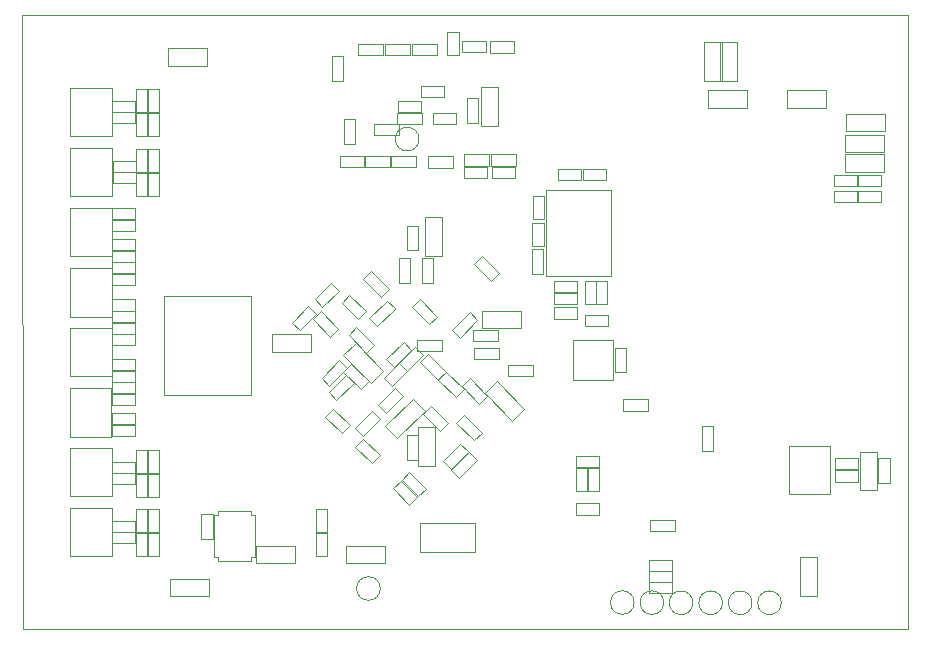
<source format=gbr>
G04 #@! TF.GenerationSoftware,KiCad,Pcbnew,(5.1.5)-3*
G04 #@! TF.CreationDate,2020-11-02T01:39:05+01:00*
G04 #@! TF.ProjectId,LogAn,4c6f6741-6e2e-46b6-9963-61645f706362,rev?*
G04 #@! TF.SameCoordinates,Original*
G04 #@! TF.FileFunction,Other,User*
%FSLAX46Y46*%
G04 Gerber Fmt 4.6, Leading zero omitted, Abs format (unit mm)*
G04 Created by KiCad (PCBNEW (5.1.5)-3) date 2020-11-02 01:39:05*
%MOMM*%
%LPD*%
G04 APERTURE LIST*
%ADD10C,0.050000*%
G04 APERTURE END LIST*
D10*
X140710920Y-90850720D02*
X65778380Y-90850720D01*
X140716000Y-38854380D02*
X140710920Y-90850720D01*
X65773300Y-38858340D02*
X140716000Y-38854380D01*
X65778380Y-90850720D02*
X65773300Y-38858340D01*
X127537720Y-88602820D02*
G75*
G03X127537720Y-88602820I-1000000J0D01*
G01*
X122536460Y-88602820D02*
G75*
G03X122536460Y-88602820I-1000000J0D01*
G01*
X120065040Y-88590120D02*
G75*
G03X120065040Y-88590120I-1000000J0D01*
G01*
X117563140Y-88582500D02*
G75*
G03X117563140Y-88582500I-1000000J0D01*
G01*
X125040900Y-88600280D02*
G75*
G03X125040900Y-88600280I-1000000J0D01*
G01*
X130021840Y-88600280D02*
G75*
G03X130021840Y-88600280I-1000000J0D01*
G01*
X123519180Y-41124900D02*
X123519180Y-44424900D01*
X124979180Y-41124900D02*
X123519180Y-41124900D01*
X124979180Y-44424900D02*
X124979180Y-41124900D01*
X123519180Y-44424900D02*
X124979180Y-44424900D01*
X96064580Y-87393780D02*
G75*
G03X96064580Y-87393780I-1000000J0D01*
G01*
X99341180Y-49344580D02*
G75*
G03X99341180Y-49344580I-1000000J0D01*
G01*
X131586220Y-84710000D02*
X131586220Y-88010000D01*
X133046220Y-84710000D02*
X131586220Y-84710000D01*
X133046220Y-88010000D02*
X133046220Y-84710000D01*
X131586220Y-88010000D02*
X133046220Y-88010000D01*
X81573640Y-86602820D02*
X78273640Y-86602820D01*
X81573640Y-88062820D02*
X81573640Y-86602820D01*
X78273640Y-88062820D02*
X81573640Y-88062820D01*
X78273640Y-86602820D02*
X78273640Y-88062820D01*
X138766820Y-47202340D02*
X135466820Y-47202340D01*
X138766820Y-48662340D02*
X138766820Y-47202340D01*
X135466820Y-48662340D02*
X138766820Y-48662340D01*
X135466820Y-47202340D02*
X135466820Y-48662340D01*
X81431400Y-41672760D02*
X78131400Y-41672760D01*
X81431400Y-43132760D02*
X81431400Y-41672760D01*
X78131400Y-43132760D02*
X81431400Y-43132760D01*
X78131400Y-41672760D02*
X78131400Y-43132760D01*
X77795100Y-62642640D02*
X85095100Y-62642640D01*
X77795100Y-71042640D02*
X85095100Y-71042640D01*
X85095100Y-71042640D02*
X85095100Y-62642640D01*
X77795100Y-71042640D02*
X77795100Y-62642640D01*
X104062560Y-81810540D02*
X99462560Y-81810540D01*
X104062560Y-81810540D02*
X104062560Y-84310540D01*
X99462560Y-84310540D02*
X99462560Y-81810540D01*
X99462560Y-84310540D02*
X104062560Y-84310540D01*
X99208009Y-79630489D02*
X97829151Y-78251631D01*
X98543329Y-80295169D02*
X99208009Y-79630489D01*
X97164471Y-78916311D02*
X98543329Y-80295169D01*
X97829151Y-78251631D02*
X97164471Y-78916311D01*
X99919209Y-78931989D02*
X98540351Y-77553131D01*
X99254529Y-79596669D02*
X99919209Y-78931989D01*
X97875671Y-78217811D02*
X99254529Y-79596669D01*
X98540351Y-77553131D02*
X97875671Y-78217811D01*
X91597580Y-84618960D02*
X91597580Y-82668960D01*
X90657580Y-84618960D02*
X91597580Y-84618960D01*
X90657580Y-82668960D02*
X90657580Y-84618960D01*
X91597580Y-82668960D02*
X90657580Y-82668960D01*
X90649960Y-80630120D02*
X90649960Y-82580120D01*
X91589960Y-80630120D02*
X90649960Y-80630120D01*
X91589960Y-82580120D02*
X91589960Y-80630120D01*
X90649960Y-82580120D02*
X91589960Y-82580120D01*
X85473480Y-81191160D02*
X85123480Y-81191160D01*
X85123480Y-81191160D02*
X85123480Y-80811160D01*
X82323480Y-80811160D02*
X85123480Y-80811160D01*
X82323480Y-81191160D02*
X82323480Y-80811160D01*
X81973480Y-81191160D02*
X82323480Y-81191160D01*
X81973480Y-81191160D02*
X81973480Y-84691160D01*
X81973480Y-84691160D02*
X82323480Y-84691160D01*
X82323480Y-84691160D02*
X82323480Y-85071160D01*
X85473480Y-81191160D02*
X85473480Y-84691160D01*
X82323480Y-85071160D02*
X85123480Y-85071160D01*
X85473480Y-84691160D02*
X85123480Y-84691160D01*
X85123480Y-84691160D02*
X85123480Y-85071160D01*
X81869380Y-83226620D02*
X81869380Y-81126620D01*
X80929380Y-83226620D02*
X81869380Y-83226620D01*
X80924380Y-81126620D02*
X80924380Y-83226620D01*
X81864380Y-81126620D02*
X80924380Y-81126620D01*
X88822800Y-83798660D02*
X85522800Y-83798660D01*
X88822800Y-85258660D02*
X88822800Y-83798660D01*
X85522800Y-85258660D02*
X88822800Y-85258660D01*
X85522800Y-83798660D02*
X85522800Y-85258660D01*
X93132640Y-85253580D02*
X96432640Y-85253580D01*
X93132640Y-83793580D02*
X93132640Y-85253580D01*
X96432640Y-83793580D02*
X93132640Y-83793580D01*
X96432640Y-85253580D02*
X96432640Y-83793580D01*
X91881300Y-61517720D02*
X90502442Y-62896578D01*
X92545980Y-62182400D02*
X91881300Y-61517720D01*
X91167122Y-63561258D02*
X92545980Y-62182400D01*
X90502442Y-62896578D02*
X91167122Y-63561258D01*
X89965749Y-63499311D02*
X88586891Y-64878169D01*
X90630429Y-64163991D02*
X89965749Y-63499311D01*
X89251571Y-65542849D02*
X90630429Y-64163991D01*
X88586891Y-64878169D02*
X89251571Y-65542849D01*
X73370800Y-57094220D02*
X75320800Y-57094220D01*
X73370800Y-56154220D02*
X73370800Y-57094220D01*
X75320800Y-56154220D02*
X73370800Y-56154220D01*
X75320800Y-57094220D02*
X75320800Y-56154220D01*
X73375880Y-58719820D02*
X75325880Y-58719820D01*
X73375880Y-57779820D02*
X73375880Y-58719820D01*
X75325880Y-57779820D02*
X73375880Y-57779820D01*
X75325880Y-58719820D02*
X75325880Y-57779820D01*
X73355560Y-61699240D02*
X75305560Y-61699240D01*
X73355560Y-60759240D02*
X73355560Y-61699240D01*
X75305560Y-60759240D02*
X73355560Y-60759240D01*
X75305560Y-61699240D02*
X75305560Y-60759240D01*
X73363180Y-63860780D02*
X75313180Y-63860780D01*
X73363180Y-62920780D02*
X73363180Y-63860780D01*
X75313180Y-62920780D02*
X73363180Y-62920780D01*
X75313180Y-63860780D02*
X75313180Y-62920780D01*
X73355560Y-66764000D02*
X75305560Y-66764000D01*
X73355560Y-65824000D02*
X73355560Y-66764000D01*
X75305560Y-65824000D02*
X73355560Y-65824000D01*
X75305560Y-66764000D02*
X75305560Y-65824000D01*
X76337260Y-77624580D02*
X76337260Y-75674580D01*
X75397260Y-77624580D02*
X76337260Y-77624580D01*
X75397260Y-75674580D02*
X75397260Y-77624580D01*
X76337260Y-75674580D02*
X75397260Y-75674580D01*
X75392180Y-77663400D02*
X75392180Y-79613400D01*
X76332180Y-77663400D02*
X75392180Y-77663400D01*
X76332180Y-79613400D02*
X76332180Y-77663400D01*
X75392180Y-79613400D02*
X76332180Y-79613400D01*
X73387800Y-68884900D02*
X75337800Y-68884900D01*
X73387800Y-67944900D02*
X73387800Y-68884900D01*
X75337800Y-67944900D02*
X73387800Y-67944900D01*
X75337800Y-68884900D02*
X75337800Y-67944900D01*
X73386040Y-71866860D02*
X75336040Y-71866860D01*
X73386040Y-70926860D02*
X73386040Y-71866860D01*
X75336040Y-70926860D02*
X73386040Y-70926860D01*
X75336040Y-71866860D02*
X75336040Y-70926860D01*
X76322020Y-82608060D02*
X76322020Y-80658060D01*
X75382020Y-82608060D02*
X76322020Y-82608060D01*
X75382020Y-80658060D02*
X75382020Y-82608060D01*
X76322020Y-80658060D02*
X75382020Y-80658060D01*
X75387100Y-82667980D02*
X75387100Y-84617980D01*
X76327100Y-82667980D02*
X75387100Y-82667980D01*
X76327100Y-84617980D02*
X76327100Y-82667980D01*
X75387100Y-84617980D02*
X76327100Y-84617980D01*
X73380960Y-73497540D02*
X75330960Y-73497540D01*
X73380960Y-72557540D02*
X73380960Y-73497540D01*
X75330960Y-72557540D02*
X73380960Y-72557540D01*
X75330960Y-73497540D02*
X75330960Y-72557540D01*
X76332180Y-47046300D02*
X76332180Y-45096300D01*
X75392180Y-47046300D02*
X76332180Y-47046300D01*
X75392180Y-45096300D02*
X75392180Y-47046300D01*
X76332180Y-45096300D02*
X75392180Y-45096300D01*
X75382020Y-47099580D02*
X75382020Y-49049580D01*
X76322020Y-47099580D02*
X75382020Y-47099580D01*
X76322020Y-49049580D02*
X76322020Y-47099580D01*
X75382020Y-49049580D02*
X76322020Y-49049580D01*
X76380240Y-45107440D02*
X76380240Y-47057440D01*
X77320240Y-45107440D02*
X76380240Y-45107440D01*
X77320240Y-47057440D02*
X77320240Y-45107440D01*
X76380240Y-47057440D02*
X77320240Y-47057440D01*
X77322780Y-49062280D02*
X77322780Y-47112280D01*
X76382780Y-49062280D02*
X77322780Y-49062280D01*
X76382780Y-47112280D02*
X76382780Y-49062280D01*
X77322780Y-47112280D02*
X76382780Y-47112280D01*
X76355040Y-52120440D02*
X76355040Y-50170440D01*
X75415040Y-52120440D02*
X76355040Y-52120440D01*
X75415040Y-50170440D02*
X75415040Y-52120440D01*
X76355040Y-50170440D02*
X75415040Y-50170440D01*
X75409960Y-52174500D02*
X75409960Y-54124500D01*
X76349960Y-52174500D02*
X75409960Y-52174500D01*
X76349960Y-54124500D02*
X76349960Y-52174500D01*
X75409960Y-54124500D02*
X76349960Y-54124500D01*
X76413260Y-50162040D02*
X76413260Y-52112040D01*
X77353260Y-50162040D02*
X76413260Y-50162040D01*
X77353260Y-52112040D02*
X77353260Y-50162040D01*
X76413260Y-52112040D02*
X77353260Y-52112040D01*
X77345640Y-54127040D02*
X77345640Y-52177040D01*
X76405640Y-54127040D02*
X77345640Y-54127040D01*
X76405640Y-52177040D02*
X76405640Y-54127040D01*
X77345640Y-52177040D02*
X76405640Y-52177040D01*
X76392940Y-75679660D02*
X76392940Y-77629660D01*
X77332940Y-75679660D02*
X76392940Y-75679660D01*
X77332940Y-77629660D02*
X77332940Y-75679660D01*
X76392940Y-77629660D02*
X77332940Y-77629660D01*
X77330400Y-79618480D02*
X77330400Y-77668480D01*
X76390400Y-79618480D02*
X77330400Y-79618480D01*
X76390400Y-77668480D02*
X76390400Y-79618480D01*
X77330400Y-77668480D02*
X76390400Y-77668480D01*
X91428760Y-72858020D02*
X92807618Y-74236878D01*
X92093440Y-72193340D02*
X91428760Y-72858020D01*
X93472298Y-73572198D02*
X92093440Y-72193340D01*
X92807618Y-74236878D02*
X93472298Y-73572198D01*
X76370080Y-80665680D02*
X76370080Y-82615680D01*
X77310080Y-80665680D02*
X76370080Y-80665680D01*
X77310080Y-82615680D02*
X77310080Y-80665680D01*
X76370080Y-82615680D02*
X77310080Y-82615680D01*
X77310080Y-84614660D02*
X77310080Y-82664660D01*
X76370080Y-84614660D02*
X77310080Y-84614660D01*
X76370080Y-82664660D02*
X76370080Y-84614660D01*
X77310080Y-82664660D02*
X76370080Y-82664660D01*
X93966611Y-75395871D02*
X95345469Y-76774729D01*
X94631291Y-74731191D02*
X93966611Y-75395871D01*
X96010149Y-76110049D02*
X94631291Y-74731191D01*
X95345469Y-76774729D02*
X96010149Y-76110049D01*
X73386040Y-47081540D02*
X75336040Y-47081540D01*
X73386040Y-46141540D02*
X73386040Y-47081540D01*
X75336040Y-46141540D02*
X73386040Y-46141540D01*
X75336040Y-47081540D02*
X75336040Y-46141540D01*
X73375880Y-48016260D02*
X75325880Y-48016260D01*
X73375880Y-47076260D02*
X73375880Y-48016260D01*
X75325880Y-47076260D02*
X73375880Y-47076260D01*
X75325880Y-48016260D02*
X75325880Y-47076260D01*
X73398740Y-52146300D02*
X75348740Y-52146300D01*
X73398740Y-51206300D02*
X73398740Y-52146300D01*
X75348740Y-51206300D02*
X73398740Y-51206300D01*
X75348740Y-52146300D02*
X75348740Y-51206300D01*
X73398740Y-53075940D02*
X75348740Y-53075940D01*
X73398740Y-52135940D02*
X73398740Y-53075940D01*
X75348740Y-52135940D02*
X73398740Y-52135940D01*
X75348740Y-53075940D02*
X75348740Y-52135940D01*
X73373340Y-56096000D02*
X75323340Y-56096000D01*
X73373340Y-55156000D02*
X73373340Y-56096000D01*
X75323340Y-55156000D02*
X73373340Y-55156000D01*
X75323340Y-56096000D02*
X75323340Y-55156000D01*
X73368260Y-59718040D02*
X75318260Y-59718040D01*
X73368260Y-58778040D02*
X73368260Y-59718040D01*
X75318260Y-58778040D02*
X73368260Y-58778040D01*
X75318260Y-59718040D02*
X75318260Y-58778040D01*
X73363180Y-60708640D02*
X75313180Y-60708640D01*
X73363180Y-59768640D02*
X73363180Y-60708640D01*
X75313180Y-59768640D02*
X73363180Y-59768640D01*
X75313180Y-60708640D02*
X75313180Y-59768640D01*
X73365720Y-64859000D02*
X75315720Y-64859000D01*
X73365720Y-63919000D02*
X73365720Y-64859000D01*
X75315720Y-63919000D02*
X73365720Y-63919000D01*
X75315720Y-64859000D02*
X75315720Y-63919000D01*
X73347940Y-65816580D02*
X75297940Y-65816580D01*
X73347940Y-64876580D02*
X73347940Y-65816580D01*
X75297940Y-64876580D02*
X73347940Y-64876580D01*
X75297940Y-65816580D02*
X75297940Y-64876580D01*
X73378420Y-69883120D02*
X75328420Y-69883120D01*
X73378420Y-68943120D02*
X73378420Y-69883120D01*
X75328420Y-68943120D02*
X73378420Y-68943120D01*
X75328420Y-69883120D02*
X75328420Y-68943120D01*
X73375100Y-70876260D02*
X75325100Y-70876260D01*
X73375100Y-69936260D02*
X73375100Y-70876260D01*
X75325100Y-69936260D02*
X73375100Y-69936260D01*
X75325100Y-70876260D02*
X75325100Y-69936260D01*
X73391120Y-74495760D02*
X75341120Y-74495760D01*
X73391120Y-73555760D02*
X73391120Y-74495760D01*
X75341120Y-73555760D02*
X73391120Y-73555760D01*
X75341120Y-74495760D02*
X75341120Y-73555760D01*
X73387800Y-77630120D02*
X75337800Y-77630120D01*
X73387800Y-76690120D02*
X73387800Y-77630120D01*
X75337800Y-76690120D02*
X73387800Y-76690120D01*
X75337800Y-77630120D02*
X75337800Y-76690120D01*
X73387800Y-78564840D02*
X75337800Y-78564840D01*
X73387800Y-77624840D02*
X73387800Y-78564840D01*
X75337800Y-77624840D02*
X73387800Y-77624840D01*
X75337800Y-78564840D02*
X75337800Y-77624840D01*
X73358100Y-82639000D02*
X75308100Y-82639000D01*
X73358100Y-81699000D02*
X73358100Y-82639000D01*
X75308100Y-81699000D02*
X73358100Y-81699000D01*
X75308100Y-82639000D02*
X75308100Y-81699000D01*
X73360640Y-83571180D02*
X75310640Y-83571180D01*
X73360640Y-82631180D02*
X73360640Y-83571180D01*
X75310640Y-82631180D02*
X73360640Y-82631180D01*
X75310640Y-83571180D02*
X75310640Y-82631180D01*
X73319580Y-60281600D02*
X69819580Y-60281600D01*
X73319580Y-60281600D02*
X73319580Y-64381600D01*
X69819580Y-64381600D02*
X69819580Y-60281600D01*
X69819580Y-64381600D02*
X73319580Y-64381600D01*
X73337360Y-65343820D02*
X69837360Y-65343820D01*
X73337360Y-65343820D02*
X73337360Y-69443820D01*
X69837360Y-69443820D02*
X69837360Y-65343820D01*
X69837360Y-69443820D02*
X73337360Y-69443820D01*
X73314500Y-55176200D02*
X69814500Y-55176200D01*
X73314500Y-55176200D02*
X73314500Y-59276200D01*
X69814500Y-59276200D02*
X69814500Y-55176200D01*
X69814500Y-59276200D02*
X73314500Y-59276200D01*
X73309420Y-70426360D02*
X69809420Y-70426360D01*
X73309420Y-70426360D02*
X73309420Y-74526360D01*
X69809420Y-74526360D02*
X69809420Y-70426360D01*
X69809420Y-74526360D02*
X73309420Y-74526360D01*
X73317400Y-50090540D02*
X69817400Y-50090540D01*
X73317400Y-50090540D02*
X73317400Y-54190540D01*
X69817400Y-54190540D02*
X69817400Y-50090540D01*
X69817400Y-54190540D02*
X73317400Y-54190540D01*
X73324660Y-75503820D02*
X69824660Y-75503820D01*
X73324660Y-75503820D02*
X73324660Y-79603820D01*
X69824660Y-79603820D02*
X69824660Y-75503820D01*
X69824660Y-79603820D02*
X73324660Y-79603820D01*
X73322120Y-45000960D02*
X69822120Y-45000960D01*
X73322120Y-45000960D02*
X73322120Y-49100960D01*
X69822120Y-49100960D02*
X69822120Y-45000960D01*
X69822120Y-49100960D02*
X73322120Y-49100960D01*
X73317040Y-80548260D02*
X69817040Y-80548260D01*
X73317040Y-80548260D02*
X73317040Y-84648260D01*
X69817040Y-84648260D02*
X69817040Y-80548260D01*
X69817040Y-84648260D02*
X73317040Y-84648260D01*
X136532260Y-77401320D02*
X134582260Y-77401320D01*
X136532260Y-78341320D02*
X136532260Y-77401320D01*
X134582260Y-78341320D02*
X136532260Y-78341320D01*
X134582260Y-77401320D02*
X134582260Y-78341320D01*
X136524640Y-76352300D02*
X134574640Y-76352300D01*
X136524640Y-77292300D02*
X136524640Y-76352300D01*
X134574640Y-77292300D02*
X136524640Y-77292300D01*
X134574640Y-76352300D02*
X134574640Y-77292300D01*
X130634800Y-79393000D02*
X134134800Y-79393000D01*
X130634800Y-79393000D02*
X130634800Y-75293000D01*
X134134800Y-75293000D02*
X134134800Y-79393000D01*
X134134800Y-75293000D02*
X130634800Y-75293000D01*
X112406960Y-69698740D02*
X112406960Y-66348740D01*
X115806960Y-69698740D02*
X112406960Y-69698740D01*
X115806960Y-66348740D02*
X115806960Y-69698740D01*
X112406960Y-66348740D02*
X115806960Y-66348740D01*
X101613082Y-69033302D02*
X100128158Y-67548378D01*
X100948402Y-69697982D02*
X101613082Y-69033302D01*
X99459942Y-68216594D02*
X100944866Y-69701518D01*
X100124623Y-67551913D02*
X99459942Y-68216594D01*
X107494980Y-51701600D02*
X105544980Y-51701600D01*
X107494980Y-52641600D02*
X107494980Y-51701600D01*
X105544980Y-52641600D02*
X107494980Y-52641600D01*
X105544980Y-51701600D02*
X105544980Y-52641600D01*
X107427740Y-41069160D02*
X105327740Y-41069160D01*
X107427740Y-42009160D02*
X107427740Y-41069160D01*
X105327740Y-42014160D02*
X107427740Y-42014160D01*
X105327740Y-41074160D02*
X105327740Y-42014160D01*
X96988920Y-51747520D02*
X99088920Y-51747520D01*
X96988920Y-50807520D02*
X96988920Y-51747520D01*
X99088920Y-50802520D02*
X96988920Y-50802520D01*
X99088920Y-51742520D02*
X99088920Y-50802520D01*
X105055380Y-41066620D02*
X102955380Y-41066620D01*
X105055380Y-42006620D02*
X105055380Y-41066620D01*
X102955380Y-42011620D02*
X105055380Y-42011620D01*
X102955380Y-41071620D02*
X102955380Y-42011620D01*
X96317780Y-41267280D02*
X94217780Y-41267280D01*
X96317780Y-42207280D02*
X96317780Y-41267280D01*
X94217780Y-42212280D02*
X96317780Y-42212280D01*
X94217780Y-41272280D02*
X94217780Y-42212280D01*
X105276360Y-50637340D02*
X103176360Y-50637340D01*
X105276360Y-51577340D02*
X105276360Y-50637340D01*
X103176360Y-51582340D02*
X105276360Y-51582340D01*
X103176360Y-50642340D02*
X103176360Y-51582340D01*
X107559820Y-50644960D02*
X105459820Y-50644960D01*
X107559820Y-51584960D02*
X107559820Y-50644960D01*
X105459820Y-51589960D02*
X107559820Y-51589960D01*
X105459820Y-50649960D02*
X105459820Y-51589960D01*
X98733900Y-42207280D02*
X100833900Y-42207280D01*
X98733900Y-41267280D02*
X98733900Y-42207280D01*
X100833900Y-41262280D02*
X98733900Y-41262280D01*
X100833900Y-42202280D02*
X100833900Y-41262280D01*
X102190260Y-50815140D02*
X100090260Y-50815140D01*
X102190260Y-51755140D02*
X102190260Y-50815140D01*
X100090260Y-51760140D02*
X102190260Y-51760140D01*
X100090260Y-50820140D02*
X100090260Y-51760140D01*
X91950440Y-42340820D02*
X91950440Y-44440820D01*
X92890440Y-42340820D02*
X91950440Y-42340820D01*
X92895440Y-44440820D02*
X92895440Y-42340820D01*
X91955440Y-44440820D02*
X92895440Y-44440820D01*
X98593620Y-41264740D02*
X96493620Y-41264740D01*
X98593620Y-42204740D02*
X98593620Y-41264740D01*
X96493620Y-42209740D02*
X98593620Y-42209740D01*
X96493620Y-41269740D02*
X96493620Y-42209740D01*
X92617580Y-51734820D02*
X94717580Y-51734820D01*
X92617580Y-50794820D02*
X92617580Y-51734820D01*
X94717580Y-50789820D02*
X92617580Y-50789820D01*
X94717580Y-51729820D02*
X94717580Y-50789820D01*
X95538580Y-49032260D02*
X97638580Y-49032260D01*
X95538580Y-48092260D02*
X95538580Y-49032260D01*
X97638580Y-48087260D02*
X95538580Y-48087260D01*
X97638580Y-49027260D02*
X97638580Y-48087260D01*
X96899440Y-50794820D02*
X94799440Y-50794820D01*
X96899440Y-51734820D02*
X96899440Y-50794820D01*
X94799440Y-51739820D02*
X96899440Y-51739820D01*
X94799440Y-50799820D02*
X94799440Y-51739820D01*
X92966440Y-47651960D02*
X92966440Y-49751960D01*
X93906440Y-47651960D02*
X92966440Y-47651960D01*
X93911440Y-49751960D02*
X93911440Y-47651960D01*
X92971440Y-49751960D02*
X93911440Y-49751960D01*
X116916300Y-69099140D02*
X116916300Y-66999140D01*
X115976300Y-69099140D02*
X116916300Y-69099140D01*
X115971300Y-66999140D02*
X115971300Y-69099140D01*
X116911300Y-66999140D02*
X115971300Y-66999140D01*
X114617600Y-79146040D02*
X114617600Y-77196040D01*
X113677600Y-79146040D02*
X114617600Y-79146040D01*
X113677600Y-77196040D02*
X113677600Y-79146040D01*
X114617600Y-77196040D02*
X113677600Y-77196040D01*
X112661600Y-77208740D02*
X112661600Y-79158740D01*
X113601600Y-77208740D02*
X112661600Y-77208740D01*
X113601600Y-79158740D02*
X113601600Y-77208740D01*
X112661600Y-79158740D02*
X113601600Y-79158740D01*
X112669680Y-77081480D02*
X114619680Y-77081480D01*
X112669680Y-76141480D02*
X112669680Y-77081480D01*
X114619680Y-76141480D02*
X112669680Y-76141480D01*
X114619680Y-77081480D02*
X114619680Y-76141480D01*
X120756320Y-85912860D02*
X118806320Y-85912860D01*
X120756320Y-86852860D02*
X120756320Y-85912860D01*
X118806320Y-86852860D02*
X120756320Y-86852860D01*
X118806320Y-85912860D02*
X118806320Y-86852860D01*
X120763940Y-86845040D02*
X118813940Y-86845040D01*
X120763940Y-87785040D02*
X120763940Y-86845040D01*
X118813940Y-87785040D02*
X120763940Y-87785040D01*
X118813940Y-86845040D02*
X118813940Y-87785040D01*
X118796160Y-85900360D02*
X120746160Y-85900360D01*
X118796160Y-84960360D02*
X118796160Y-85900360D01*
X120746160Y-84960360D02*
X118796160Y-84960360D01*
X120746160Y-85900360D02*
X120746160Y-84960360D01*
X114609520Y-80190240D02*
X112659520Y-80190240D01*
X114609520Y-81130240D02*
X114609520Y-80190240D01*
X112659520Y-81130240D02*
X114609520Y-81130240D01*
X112659520Y-80190240D02*
X112659520Y-81130240D01*
X102694840Y-42219520D02*
X102694840Y-40269520D01*
X101754840Y-42219520D02*
X102694840Y-42219520D01*
X101754840Y-40269520D02*
X101754840Y-42219520D01*
X102694840Y-40269520D02*
X101754840Y-40269520D01*
X105130240Y-51701600D02*
X103180240Y-51701600D01*
X105130240Y-52641600D02*
X105130240Y-51701600D01*
X103180240Y-52641600D02*
X105130240Y-52641600D01*
X103180240Y-51701600D02*
X103180240Y-52641600D01*
X102503880Y-47116900D02*
X100553880Y-47116900D01*
X102503880Y-48056900D02*
X102503880Y-47116900D01*
X100553880Y-48056900D02*
X102503880Y-48056900D01*
X100553880Y-47116900D02*
X100553880Y-48056900D01*
X97579540Y-47040900D02*
X99529540Y-47040900D01*
X97579540Y-46100900D02*
X97579540Y-47040900D01*
X99529540Y-46100900D02*
X97579540Y-46100900D01*
X99529540Y-47040900D02*
X99529540Y-46100900D01*
X101432000Y-44851220D02*
X99482000Y-44851220D01*
X101432000Y-45791220D02*
X101432000Y-44851220D01*
X99482000Y-45791220D02*
X101432000Y-45791220D01*
X99482000Y-44851220D02*
X99482000Y-45791220D01*
X138442340Y-52405180D02*
X136492340Y-52405180D01*
X138442340Y-53345180D02*
X138442340Y-52405180D01*
X136492340Y-53345180D02*
X138442340Y-53345180D01*
X136492340Y-52405180D02*
X136492340Y-53345180D01*
X136407800Y-52405180D02*
X134457800Y-52405180D01*
X136407800Y-53345180D02*
X136407800Y-52405180D01*
X134457800Y-53345180D02*
X136407800Y-53345180D01*
X134457800Y-52405180D02*
X134457800Y-53345180D01*
X138498220Y-53753920D02*
X136548220Y-53753920D01*
X138498220Y-54693920D02*
X138498220Y-53753920D01*
X136548220Y-54693920D02*
X138498220Y-54693920D01*
X136548220Y-53753920D02*
X136548220Y-54693920D01*
X136438280Y-53741220D02*
X134488280Y-53741220D01*
X136438280Y-54681220D02*
X136438280Y-53741220D01*
X134488280Y-54681220D02*
X136438280Y-54681220D01*
X134488280Y-53741220D02*
X134488280Y-54681220D01*
X115318180Y-64221260D02*
X113368180Y-64221260D01*
X115318180Y-65161260D02*
X115318180Y-64221260D01*
X113368180Y-65161260D02*
X115318180Y-65161260D01*
X113368180Y-64221260D02*
X113368180Y-65161260D01*
X113236100Y-52781300D02*
X115186100Y-52781300D01*
X113236100Y-51841300D02*
X113236100Y-52781300D01*
X115186100Y-51841300D02*
X113236100Y-51841300D01*
X115186100Y-52781300D02*
X115186100Y-51841300D01*
X112755320Y-61373920D02*
X110805320Y-61373920D01*
X112755320Y-62313920D02*
X112755320Y-61373920D01*
X110805320Y-62313920D02*
X112755320Y-62313920D01*
X110805320Y-61373920D02*
X110805320Y-62313920D01*
X108955740Y-56449320D02*
X108955740Y-58399320D01*
X109895740Y-56449320D02*
X108955740Y-56449320D01*
X109895740Y-58399320D02*
X109895740Y-56449320D01*
X108955740Y-58399320D02*
X109895740Y-58399320D01*
X112762940Y-62405160D02*
X110812940Y-62405160D01*
X112762940Y-63345160D02*
X112762940Y-62405160D01*
X110812940Y-63345160D02*
X112762940Y-63345160D01*
X110812940Y-62405160D02*
X110812940Y-63345160D01*
X113398200Y-61369300D02*
X113398200Y-63319300D01*
X114338200Y-61369300D02*
X113398200Y-61369300D01*
X114338200Y-63319300D02*
X114338200Y-61369300D01*
X113398200Y-63319300D02*
X114338200Y-63319300D01*
X113057580Y-51848920D02*
X111107580Y-51848920D01*
X113057580Y-52788920D02*
X113057580Y-51848920D01*
X111107580Y-52788920D02*
X113057580Y-52788920D01*
X111107580Y-51848920D02*
X111107580Y-52788920D01*
X108960820Y-54183640D02*
X108960820Y-56133640D01*
X109900820Y-54183640D02*
X108960820Y-54183640D01*
X109900820Y-56133640D02*
X109900820Y-54183640D01*
X108960820Y-56133640D02*
X109900820Y-56133640D01*
X114360860Y-61374380D02*
X114360860Y-63324380D01*
X115300860Y-61374380D02*
X114360860Y-61374380D01*
X115300860Y-63324380D02*
X115300860Y-61374380D01*
X114360860Y-63324380D02*
X115300860Y-63324380D01*
X112747700Y-63593880D02*
X110797700Y-63593880D01*
X112747700Y-64533880D02*
X112747700Y-63593880D01*
X110797700Y-64533880D02*
X112747700Y-64533880D01*
X110797700Y-63593880D02*
X110797700Y-64533880D01*
X94839209Y-63925669D02*
X93460351Y-62546811D01*
X94174529Y-64590349D02*
X94839209Y-63925669D01*
X92795671Y-63211491D02*
X94174529Y-64590349D01*
X93460351Y-62546811D02*
X92795671Y-63211491D01*
X110130140Y-60975400D02*
X110130140Y-53675400D01*
X115630140Y-60975400D02*
X110130140Y-60975400D01*
X115630140Y-53675400D02*
X115630140Y-60975400D01*
X110130140Y-53675400D02*
X115630140Y-53675400D01*
X97678389Y-68296171D02*
X96363171Y-69611389D01*
X98343069Y-68960851D02*
X97678389Y-68296171D01*
X97027851Y-70276069D02*
X98343069Y-68960851D01*
X96363171Y-69611389D02*
X97027851Y-70276069D01*
X98351191Y-68947649D02*
X99666409Y-67632431D01*
X97686511Y-68282969D02*
X98351191Y-68947649D01*
X99001729Y-66967751D02*
X97686511Y-68282969D01*
X99666409Y-67632431D02*
X99001729Y-66967751D01*
X118725660Y-71384060D02*
X116625660Y-71384060D01*
X118725660Y-72324060D02*
X118725660Y-71384060D01*
X116625660Y-72329060D02*
X118725660Y-72329060D01*
X116625660Y-71389060D02*
X116625660Y-72329060D01*
X124254360Y-75741240D02*
X124254360Y-73641240D01*
X123314360Y-75741240D02*
X124254360Y-75741240D01*
X123309360Y-73641240D02*
X123309360Y-75741240D01*
X124249360Y-73641240D02*
X123309360Y-73641240D01*
X118916740Y-82501840D02*
X121016740Y-82501840D01*
X118916740Y-81561840D02*
X118916740Y-82501840D01*
X121016740Y-81556840D02*
X118916740Y-81556840D01*
X121016740Y-82496840D02*
X121016740Y-81556840D01*
X99591840Y-47116900D02*
X97491840Y-47116900D01*
X99591840Y-48056900D02*
X99591840Y-47116900D01*
X97491840Y-48061900D02*
X99591840Y-48061900D01*
X97491840Y-47121900D02*
X97491840Y-48061900D01*
X104328060Y-48006980D02*
X104328060Y-45906980D01*
X103388060Y-48006980D02*
X104328060Y-48006980D01*
X103383060Y-45906980D02*
X103383060Y-48006980D01*
X104323060Y-45906980D02*
X103383060Y-45906980D01*
X106076500Y-48200580D02*
X106076500Y-44900580D01*
X104616500Y-48200580D02*
X106076500Y-48200580D01*
X104616500Y-44900580D02*
X104616500Y-48200580D01*
X106076500Y-44900580D02*
X104616500Y-44900580D01*
X124852680Y-41126140D02*
X124852680Y-44426140D01*
X126312680Y-41126140D02*
X124852680Y-41126140D01*
X126312680Y-44426140D02*
X126312680Y-41126140D01*
X124852680Y-44426140D02*
X126312680Y-44426140D01*
X135446500Y-52106580D02*
X138746500Y-52106580D01*
X135446500Y-50646580D02*
X135446500Y-52106580D01*
X138746500Y-50646580D02*
X135446500Y-50646580D01*
X138746500Y-52106580D02*
X138746500Y-50646580D01*
X135438880Y-50445420D02*
X138738880Y-50445420D01*
X135438880Y-48985420D02*
X135438880Y-50445420D01*
X138738880Y-48985420D02*
X135438880Y-48985420D01*
X138738880Y-50445420D02*
X138738880Y-48985420D01*
X133797340Y-45216060D02*
X130497340Y-45216060D01*
X133797340Y-46676060D02*
X133797340Y-45216060D01*
X130497340Y-46676060D02*
X133797340Y-46676060D01*
X130497340Y-45216060D02*
X130497340Y-46676060D01*
X123813300Y-46683680D02*
X127113300Y-46683680D01*
X123813300Y-45223680D02*
X123813300Y-46683680D01*
X127113300Y-45223680D02*
X123813300Y-45223680D01*
X127113300Y-46683680D02*
X127113300Y-45223680D01*
X108937960Y-58662860D02*
X108937960Y-60762860D01*
X109877960Y-58662860D02*
X108937960Y-58662860D01*
X109882960Y-60762860D02*
X109882960Y-58662860D01*
X108942960Y-60762860D02*
X109882960Y-60762860D01*
X86909640Y-67338960D02*
X90209640Y-67338960D01*
X86909640Y-65878960D02*
X86909640Y-67338960D01*
X90209640Y-65878960D02*
X86909640Y-65878960D01*
X90209640Y-67338960D02*
X90209640Y-65878960D01*
X101278440Y-59234340D02*
X101278440Y-55934340D01*
X99818440Y-59234340D02*
X101278440Y-59234340D01*
X99818440Y-55934340D02*
X99818440Y-59234340D01*
X101278440Y-55934340D02*
X99818440Y-55934340D01*
X94565558Y-74503662D02*
X96050482Y-73018738D01*
X93900878Y-73838982D02*
X94565558Y-74503662D01*
X95382266Y-72350522D02*
X93897342Y-73835446D01*
X96046947Y-73015203D02*
X95382266Y-72350522D01*
X94637478Y-61207738D02*
X96122402Y-62692662D01*
X95302158Y-60543058D02*
X94637478Y-61207738D01*
X96790618Y-62024446D02*
X95305694Y-60539522D01*
X96125937Y-62689127D02*
X96790618Y-62024446D01*
X100894262Y-64372402D02*
X99409338Y-62887478D01*
X100229582Y-65037082D02*
X100894262Y-64372402D01*
X98741122Y-63555694D02*
X100226046Y-65040618D01*
X99405803Y-62891013D02*
X98741122Y-63555694D01*
X92504642Y-65418882D02*
X91019718Y-63933958D01*
X91839962Y-66083562D02*
X92504642Y-65418882D01*
X90351502Y-64602174D02*
X91836426Y-66087098D01*
X91016183Y-63937493D02*
X90351502Y-64602174D01*
X98600360Y-61542640D02*
X98600360Y-59442640D01*
X97660360Y-61542640D02*
X98600360Y-61542640D01*
X97655360Y-59442640D02*
X97655360Y-61542640D01*
X98595360Y-59442640D02*
X97655360Y-59442640D01*
X96630402Y-63019558D02*
X95145478Y-64504482D01*
X97295082Y-63684238D02*
X96630402Y-63019558D01*
X95813694Y-65172698D02*
X97298618Y-63687774D01*
X95149013Y-64508017D02*
X95813694Y-65172698D01*
X91769018Y-70208522D02*
X93253942Y-68723598D01*
X91104338Y-69543842D02*
X91769018Y-70208522D01*
X92585726Y-68055382D02*
X91100802Y-69540306D01*
X93250407Y-68720063D02*
X92585726Y-68055382D01*
X103628102Y-63989838D02*
X102143178Y-65474762D01*
X104292782Y-64654518D02*
X103628102Y-63989838D01*
X102811394Y-66142978D02*
X104296318Y-64658054D01*
X102146713Y-65478297D02*
X102811394Y-66142978D01*
X96536598Y-72552942D02*
X98021522Y-71068018D01*
X95871918Y-71888262D02*
X96536598Y-72552942D01*
X97353306Y-70399802D02*
X95868382Y-71884726D01*
X98017987Y-71064483D02*
X97353306Y-70399802D01*
X93176002Y-69293358D02*
X91691078Y-70778282D01*
X93840682Y-69958038D02*
X93176002Y-69293358D01*
X92359294Y-71446498D02*
X93844218Y-69961574D01*
X91694613Y-70781817D02*
X92359294Y-71446498D01*
X103989758Y-59904718D02*
X105474682Y-61389642D01*
X104654438Y-59240038D02*
X103989758Y-59904718D01*
X106142898Y-60721426D02*
X104657974Y-59236502D01*
X105478217Y-61386107D02*
X106142898Y-60721426D01*
X99600920Y-59445180D02*
X99600920Y-61545180D01*
X100540920Y-59445180D02*
X99600920Y-59445180D01*
X100545920Y-61545180D02*
X100545920Y-59445180D01*
X99605920Y-61545180D02*
X100545920Y-61545180D01*
X92953458Y-69043638D02*
X94438382Y-70528562D01*
X93618138Y-68378958D02*
X92953458Y-69043638D01*
X95106598Y-69860346D02*
X93621674Y-68375422D01*
X94441917Y-70525027D02*
X95106598Y-69860346D01*
X105115742Y-71090702D02*
X103630818Y-69605778D01*
X104451062Y-71755382D02*
X105115742Y-71090702D01*
X102962602Y-70273994D02*
X104447526Y-71758918D01*
X103627283Y-69609313D02*
X102962602Y-70273994D01*
X99268380Y-58766420D02*
X99268380Y-56666420D01*
X98328380Y-58766420D02*
X99268380Y-58766420D01*
X98323380Y-56666420D02*
X98323380Y-58766420D01*
X99263380Y-56666420D02*
X98323380Y-56666420D01*
X103116762Y-70531902D02*
X101631838Y-69046978D01*
X102452082Y-71196582D02*
X103116762Y-70531902D01*
X100963622Y-69715194D02*
X102448546Y-71200118D01*
X101628303Y-69050513D02*
X100963622Y-69715194D01*
X104903106Y-70868242D02*
X107236558Y-73201694D01*
X105935482Y-69835866D02*
X104903106Y-70868242D01*
X108268934Y-72169318D02*
X105935482Y-69835866D01*
X107236558Y-73201694D02*
X108268934Y-72169318D01*
X93387798Y-65944838D02*
X94872722Y-67429762D01*
X94052478Y-65280158D02*
X93387798Y-65944838D01*
X95540938Y-66761546D02*
X94056014Y-65276622D01*
X94876257Y-67426227D02*
X95540938Y-66761546D01*
X99269800Y-73742280D02*
X99269800Y-77042280D01*
X100729800Y-73742280D02*
X99269800Y-73742280D01*
X100729800Y-77042280D02*
X100729800Y-73742280D01*
X99269800Y-77042280D02*
X100729800Y-77042280D01*
X103554442Y-75854178D02*
X102069518Y-77339102D01*
X104219122Y-76518858D02*
X103554442Y-75854178D01*
X102737734Y-78007318D02*
X104222658Y-76522394D01*
X102073053Y-77342637D02*
X102737734Y-78007318D01*
X97497602Y-74674894D02*
X99831054Y-72341442D01*
X96465226Y-73642518D02*
X97497602Y-74674894D01*
X98798678Y-71309066D02*
X96465226Y-73642518D01*
X99831054Y-72341442D02*
X98798678Y-71309066D01*
X102838162Y-75127738D02*
X101353238Y-76612662D01*
X103502842Y-75792418D02*
X102838162Y-75127738D01*
X102021454Y-77280878D02*
X103506378Y-75795954D01*
X101356773Y-76616197D02*
X102021454Y-77280878D01*
X106874600Y-69392900D02*
X108974600Y-69392900D01*
X106874600Y-68452900D02*
X106874600Y-69392900D01*
X108974600Y-68447900D02*
X106874600Y-68447900D01*
X108974600Y-69387900D02*
X108974600Y-68447900D01*
X92944786Y-67662762D02*
X95278238Y-69996214D01*
X93977162Y-66630386D02*
X92944786Y-67662762D01*
X96310614Y-68963838D02*
X93977162Y-66630386D01*
X95278238Y-69996214D02*
X96310614Y-68963838D01*
X104656002Y-74194582D02*
X103171078Y-72709658D01*
X103991322Y-74859262D02*
X104656002Y-74194582D01*
X102502862Y-73377874D02*
X103987786Y-74862798D01*
X103167543Y-72713193D02*
X102502862Y-73377874D01*
X106030740Y-65501420D02*
X103930740Y-65501420D01*
X106030740Y-66441420D02*
X106030740Y-65501420D01*
X103930740Y-66446420D02*
X106030740Y-66446420D01*
X103930740Y-65506420D02*
X103930740Y-66446420D01*
X99293780Y-76472760D02*
X99293780Y-74372760D01*
X98353780Y-76472760D02*
X99293780Y-76472760D01*
X98348780Y-74372760D02*
X98348780Y-76472760D01*
X99288780Y-74372760D02*
X98348780Y-74372760D01*
X106106940Y-67025420D02*
X104006940Y-67025420D01*
X106106940Y-67965420D02*
X106106940Y-67025420D01*
X104006940Y-67970420D02*
X106106940Y-67970420D01*
X104006940Y-67030420D02*
X104006940Y-67970420D01*
X101821362Y-73399562D02*
X100336438Y-71914638D01*
X101156682Y-74064242D02*
X101821362Y-73399562D01*
X99668222Y-72582854D02*
X101153146Y-74067778D01*
X100332903Y-71918173D02*
X99668222Y-72582854D01*
X107971860Y-63913000D02*
X104671860Y-63913000D01*
X107971860Y-65373000D02*
X107971860Y-63913000D01*
X104671860Y-65373000D02*
X107971860Y-65373000D01*
X104671860Y-63913000D02*
X104671860Y-65373000D01*
X97222398Y-68651502D02*
X98707322Y-67166578D01*
X96557718Y-67986822D02*
X97222398Y-68651502D01*
X98039106Y-66498362D02*
X96554182Y-67983286D01*
X98703787Y-67163043D02*
X98039106Y-66498362D01*
X99213960Y-67272000D02*
X101313960Y-67272000D01*
X99213960Y-66332000D02*
X99213960Y-67272000D01*
X101313960Y-66327000D02*
X99213960Y-66327000D01*
X101313960Y-67267000D02*
X101313960Y-66327000D01*
X136668760Y-75794600D02*
X136668760Y-79094600D01*
X138128760Y-75794600D02*
X136668760Y-75794600D01*
X138128760Y-79094600D02*
X138128760Y-75794600D01*
X136668760Y-79094600D02*
X138128760Y-79094600D01*
X138252100Y-76328560D02*
X138252100Y-78428560D01*
X139192100Y-76328560D02*
X138252100Y-76328560D01*
X139197100Y-78428560D02*
X139197100Y-76328560D01*
X138257100Y-78428560D02*
X139197100Y-78428560D01*
M02*

</source>
